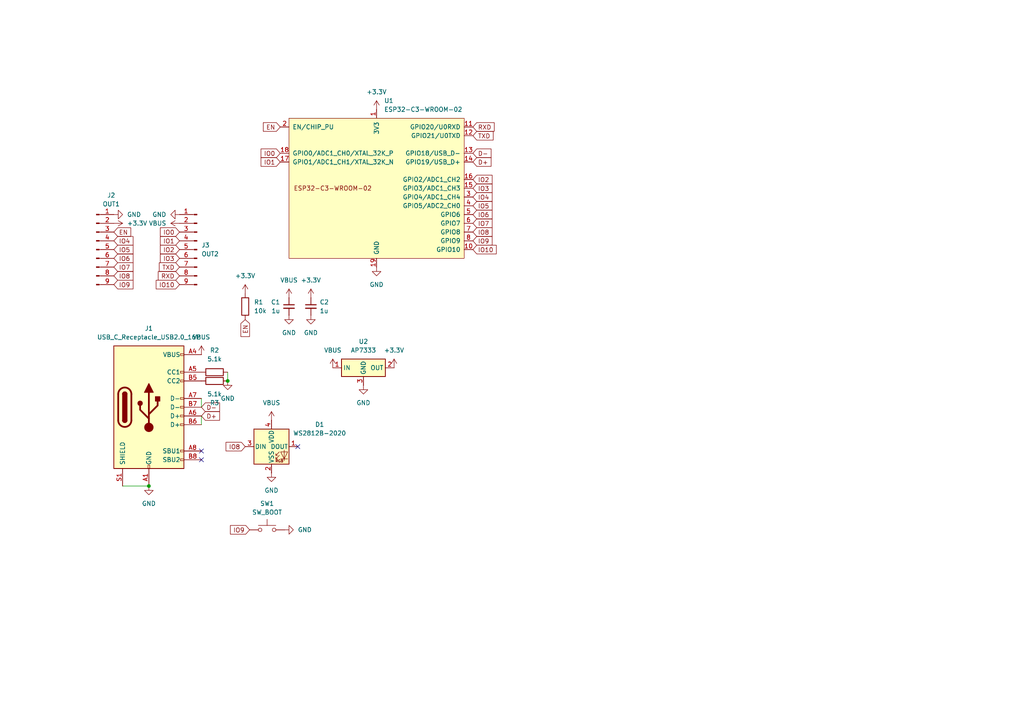
<source format=kicad_sch>
(kicad_sch (version 20250114) (generator "eeschema") (generator_version "9.0")
  (paper "A4")
  (lib_symbols
    (symbol "+3.3V_1" (power) (pin_numbers (hide yes)) (pin_names (offset 0) (hide yes))
      (property "Value" "+3.3V" (at 0 3.556 0))
      (symbol "+3.3V_1_0_1"
        (polyline (pts (xy -0.762 1.27) (xy 0 2.54)))
        (polyline (pts (xy 0 2.54) (xy 0.762 1.27)))
        (polyline (pts (xy 0 0) (xy 0 2.54)))
      )
      (symbol "+3.3V_1_1_1"
        (pin power_in line (at 0 0 90) (length 0) (name "~") (number "1"))
      )
    )
    (symbol "+3.3V_2" (power) (pin_numbers (hide yes)) (pin_names (offset 0) (hide yes))
      (property "Value" "+3.3V" (at 0 3.556 0))
      (symbol "+3.3V_2_0_1"
        (polyline (pts (xy -0.762 1.27) (xy 0 2.54)))
        (polyline (pts (xy 0 2.54) (xy 0.762 1.27)))
        (polyline (pts (xy 0 0) (xy 0 2.54)))
      )
      (symbol "+3.3V_2_1_1"
        (pin power_in line (at 0 0 90) (length 0) (name "~") (number "1"))
      )
    )
    (symbol "Connector:Conn_01x09_Pin" (pin_names (offset 1.016) (hide yes))
      (property "Reference" "J" (at 0 12.7 0))
      (property "Value" "Conn_01x09_Pin" (at 0 -12.7 0))
      (symbol "Conn_01x09_Pin_1_1"
        (rectangle (start 0.8636 10.287) (end 0 10.033) (stroke (width 0.1524)) (fill (type outline)))
        (rectangle (start 0.8636 7.747) (end 0 7.493) (stroke (width 0.1524)) (fill (type outline)))
        (rectangle (start 0.8636 5.207) (end 0 4.953) (stroke (width 0.1524)) (fill (type outline)))
        (rectangle (start 0.8636 2.667) (end 0 2.413) (stroke (width 0.1524)) (fill (type outline)))
        (rectangle (start 0.8636 0.127) (end 0 -0.127) (stroke (width 0.1524)) (fill (type outline)))
        (rectangle (start 0.8636 -2.413) (end 0 -2.667) (stroke (width 0.1524)) (fill (type outline)))
        (rectangle (start 0.8636 -4.953) (end 0 -5.207) (stroke (width 0.1524)) (fill (type outline)))
        (rectangle (start 0.8636 -7.493) (end 0 -7.747) (stroke (width 0.1524)) (fill (type outline)))
        (rectangle (start 0.8636 -10.033) (end 0 -10.287) (stroke (width 0.1524)) (fill (type outline)))
        (polyline (pts (xy 1.27 10.16) (xy 0.8636 10.16)) (stroke (width 0.1524)))
        (polyline (pts (xy 1.27 7.62) (xy 0.8636 7.62)) (stroke (width 0.1524)))
        (polyline (pts (xy 1.27 5.08) (xy 0.8636 5.08)) (stroke (width 0.1524)))
        (polyline (pts (xy 1.27 2.54) (xy 0.8636 2.54)) (stroke (width 0.1524)))
        (polyline (pts (xy 1.27 0) (xy 0.8636 0)) (stroke (width 0.1524)))
        (polyline (pts (xy 1.27 -2.54) (xy 0.8636 -2.54)) (stroke (width 0.1524)))
        (polyline (pts (xy 1.27 -5.08) (xy 0.8636 -5.08)) (stroke (width 0.1524)))
        (polyline (pts (xy 1.27 -7.62) (xy 0.8636 -7.62)) (stroke (width 0.1524)))
        (polyline (pts (xy 1.27 -10.16) (xy 0.8636 -10.16)) (stroke (width 0.1524)))
        (pin passive line (at 5.08 10.16 180) (length 3.81) (name "Pin_1") (number "1"))
        (pin passive line (at 5.08 7.62 180) (length 3.81) (name "Pin_2") (number "2"))
        (pin passive line (at 5.08 5.08 180) (length 3.81) (name "Pin_3") (number "3"))
        (pin passive line (at 5.08 2.54 180) (length 3.81) (name "Pin_4") (number "4"))
        (pin passive line (at 5.08 0 180) (length 3.81) (name "Pin_5") (number "5"))
        (pin passive line (at 5.08 -2.54 180) (length 3.81) (name "Pin_6") (number "6"))
        (pin passive line (at 5.08 -5.08 180) (length 3.81) (name "Pin_7") (number "7"))
        (pin passive line (at 5.08 -7.62 180) (length 3.81) (name "Pin_8") (number "8"))
        (pin passive line (at 5.08 -10.16 180) (length 3.81) (name "Pin_9") (number "9"))
      )
    )
    (symbol "Connector:USB_C_Receptacle_USB2.0_16P" (pin_names (offset 1.016))
      (property "Reference" "J" (at 0 22.225 0))
      (property "Value" "USB_C_Receptacle_USB2.0_16P" (at 0 19.685 0))
      (symbol "USB_C_Receptacle_USB2.0_16P_0_0"
        (rectangle (start -0.254 -17.78) (end 0.254 -16.764))
        (rectangle (start 10.16 15.494) (end 9.144 14.986))
        (rectangle (start 10.16 10.414) (end 9.144 9.906))
        (rectangle (start 10.16 7.874) (end 9.144 7.366))
        (rectangle (start 10.16 2.794) (end 9.144 2.286))
        (rectangle (start 10.16 0.254) (end 9.144 -0.254))
        (rectangle (start 10.16 -2.286) (end 9.144 -2.794))
        (rectangle (start 10.16 -4.826) (end 9.144 -5.334))
        (rectangle (start 10.16 -12.446) (end 9.144 -12.954))
        (rectangle (start 10.16 -14.986) (end 9.144 -15.494))
      )
      (symbol "USB_C_Receptacle_USB2.0_16P_0_1"
        (rectangle (start -10.16 17.78) (end 10.16 -17.78) (stroke (width 0.254)) (fill (type background)))
        (polyline (pts (xy -8.89 -3.81) (xy -8.89 3.81)) (stroke (width 0.508)))
        (rectangle (start -7.62 -3.81) (end -6.35 3.81) (stroke (width 0.254)) (fill (type outline)))
        (arc (start -7.62 3.81) (mid -6.985 4.4423) (end -6.35 3.81) (stroke (width 0.254)))
        (arc (start -7.62 3.81) (mid -6.985 4.4423) (end -6.35 3.81) (stroke (width 0.254)) (fill (type outline)))
        (arc (start -8.89 3.81) (mid -6.985 5.7067) (end -5.08 3.81) (stroke (width 0.508)))
        (arc (start -5.08 -3.81) (mid -6.985 -5.7067) (end -8.89 -3.81) (stroke (width 0.508)))
        (arc (start -6.35 -3.81) (mid -6.985 -4.4423) (end -7.62 -3.81) (stroke (width 0.254)))
        (arc (start -6.35 -3.81) (mid -6.985 -4.4423) (end -7.62 -3.81) (stroke (width 0.254)) (fill (type outline)))
        (polyline (pts (xy -5.08 3.81) (xy -5.08 -3.81)) (stroke (width 0.508)))
        (circle (center -2.54 1.143) (radius 0.635) (stroke (width 0.254)) (fill (type outline)))
        (polyline (pts (xy -1.27 4.318) (xy 0 6.858) (xy 1.27 4.318) (xy -1.27 4.318)) (stroke (width 0.254)) (fill (type outline)))
        (polyline (pts (xy 0 -2.032) (xy 2.54 0.508) (xy 2.54 1.778)) (stroke (width 0.508)))
        (polyline (pts (xy 0 -3.302) (xy -2.54 -0.762) (xy -2.54 0.508)) (stroke (width 0.508)))
        (polyline (pts (xy 0 -5.842) (xy 0 4.318)) (stroke (width 0.508)))
        (circle (center 0 -5.842) (radius 1.27) (fill (type outline)))
        (rectangle (start 1.905 1.778) (end 3.175 3.048) (stroke (width 0.254)) (fill (type outline)))
      )
      (symbol "USB_C_Receptacle_USB2.0_16P_1_1"
        (pin passive line (at -7.62 -22.86 90) (length 5.08) (name "SHIELD") (number "S1"))
        (pin passive line (at 0 -22.86 90) (length 5.08) (name "GND") (number "A1"))
        (pin passive line (at 0 -22.86 90) (length 5.08) (hide yes) (name "GND") (number "A12"))
        (pin passive line (at 0 -22.86 90) (length 5.08) (hide yes) (name "GND") (number "B1"))
        (pin passive line (at 0 -22.86 90) (length 5.08) (hide yes) (name "GND") (number "B12"))
        (pin passive line (at 15.24 15.24 180) (length 5.08) (name "VBUS") (number "A4"))
        (pin passive line (at 15.24 15.24 180) (length 5.08) (hide yes) (name "VBUS") (number "A9"))
        (pin passive line (at 15.24 15.24 180) (length 5.08) (hide yes) (name "VBUS") (number "B4"))
        (pin passive line (at 15.24 15.24 180) (length 5.08) (hide yes) (name "VBUS") (number "B9"))
        (pin bidirectional line (at 15.24 10.16 180) (length 5.08) (name "CC1") (number "A5"))
        (pin bidirectional line (at 15.24 7.62 180) (length 5.08) (name "CC2") (number "B5"))
        (pin bidirectional line (at 15.24 2.54 180) (length 5.08) (name "D-") (number "A7"))
        (pin bidirectional line (at 15.24 0 180) (length 5.08) (name "D-") (number "B7"))
        (pin bidirectional line (at 15.24 -2.54 180) (length 5.08) (name "D+") (number "A6"))
        (pin bidirectional line (at 15.24 -5.08 180) (length 5.08) (name "D+") (number "B6"))
        (pin bidirectional line (at 15.24 -12.7 180) (length 5.08) (name "SBU1") (number "A8"))
        (pin bidirectional line (at 15.24 -15.24 180) (length 5.08) (name "SBU2") (number "B8"))
      )
    )
    (symbol "Device:C_Small" (pin_numbers (hide yes)) (pin_names (offset 0.254) (hide yes))
      (property "Reference" "C" (at 0.254 1.778 0))
      (property "Value" "C_Small" (at 0.254 -2.032 0))
      (symbol "C_Small_0_1"
        (polyline (pts (xy -1.524 0.508) (xy 1.524 0.508)) (stroke (width 0.3048)))
        (polyline (pts (xy -1.524 -0.508) (xy 1.524 -0.508)) (stroke (width 0.3302)))
      )
      (symbol "C_Small_1_1"
        (pin passive line (at 0 2.54 270) (length 2.032) (name "~") (number "1"))
        (pin passive line (at 0 -2.54 90) (length 2.032) (name "~") (number "2"))
      )
    )
    (symbol "Device:R" (pin_numbers (hide yes)) (pin_names (offset 0))
      (property "Reference" "R" (at 2.032 0 90))
      (property "Value" "R" (at 0 0 90))
      (symbol "R_0_1"
        (rectangle (start -1.016 -2.54) (end 1.016 2.54) (stroke (width 0.254)))
      )
      (symbol "R_1_1"
        (pin passive line (at 0 3.81 270) (length 1.27) (name "~") (number "1"))
        (pin passive line (at 0 -3.81 90) (length 1.27) (name "~") (number "2"))
      )
    )
    (symbol "GND_1" (power) (pin_numbers (hide yes)) (pin_names (offset 0) (hide yes))
      (property "Value" "GND" (at 0 -3.81 0))
      (symbol "GND_1_0_1"
        (polyline (pts (xy 0 0) (xy 0 -1.27) (xy 1.27 -1.27) (xy 0 -2.54) (xy -1.27 -1.27) (xy 0 -1.27)))
      )
      (symbol "GND_1_1_1"
        (pin power_in line (at 0 0 270) (length 0) (name "~") (number "1"))
      )
    )
    (symbol "GND_2" (power) (pin_numbers (hide yes)) (pin_names (offset 0) (hide yes))
      (property "Value" "GND" (at 0 -3.81 0))
      (symbol "GND_2_0_1"
        (polyline (pts (xy 0 0) (xy 0 -1.27) (xy 1.27 -1.27) (xy 0 -2.54) (xy -1.27 -1.27) (xy 0 -1.27)))
      )
      (symbol "GND_2_1_1"
        (pin power_in line (at 0 0 270) (length 0) (name "~") (number "1"))
      )
    )
    (symbol "LED:WS2812B-2020" (pin_names (offset 0.254))
      (property "Reference" "D" (at 5.08 5.715 0))
      (property "Value" "WS2812B-2020" (at 1.27 -5.715 0))
      (symbol "WS2812B-2020_0_0"
        (text "RGB" (at 2.286 -4.191 0) (effects (font (size 0.762 0.762))))
      )
      (symbol "WS2812B-2020_0_1"
        (polyline (pts (xy 1.27 -2.54) (xy 1.778 -2.54)))
        (polyline (pts (xy 1.27 -3.556) (xy 1.778 -3.556)))
        (polyline (pts (xy 2.286 -1.524) (xy 1.27 -2.54) (xy 1.27 -2.032)))
        (polyline (pts (xy 2.286 -2.54) (xy 1.27 -3.556) (xy 1.27 -3.048)))
        (polyline (pts (xy 3.683 -1.016) (xy 3.683 -3.556) (xy 3.683 -4.064)))
        (polyline (pts (xy 4.699 -1.524) (xy 2.667 -1.524) (xy 3.683 -3.556) (xy 4.699 -1.524)))
        (polyline (pts (xy 4.699 -3.556) (xy 2.667 -3.556)))
        (rectangle (start 5.08 5.08) (end -5.08 -5.08) (stroke (width 0.254)) (fill (type background)))
      )
      (symbol "WS2812B-2020_1_1"
        (pin input line (at -7.62 0 0) (length 2.54) (name "DIN") (number "3"))
        (pin power_in line (at 0 7.62 270) (length 2.54) (name "VDD") (number "4"))
        (pin power_in line (at 0 -7.62 90) (length 2.54) (name "VSS") (number "2"))
        (pin output line (at 7.62 0 180) (length 2.54) (name "DOUT") (number "1"))
      )
    )
    (symbol "Library:AP7333"
      (property "Reference" "U" (at 0 6.35 0))
      (property "Value" "AP7333" (at 0 3.81 0))
      (symbol "AP7333_1_1"
        (rectangle (start -6.35 2.54) (end 6.35 -2.54) (stroke (width 0.254)) (fill (type background)))
        (pin power_in line (at -8.89 0 0) (length 2.54) (name "IN") (number "1"))
        (pin power_in line (at 0 -5.08 90) (length 2.54) (name "GND") (number "3"))
        (pin power_out line (at 8.89 0 180) (length 2.54) (name "OUT") (number "2"))
      )
    )
    (symbol "PCM_Espressif:ESP32-C3-WROOM-02" (pin_names (offset 1.016))
      (property "Reference" "U" (at -25.4 25.4 0))
      (property "Value" "ESP32-C3-WROOM-02" (at -25.4 22.86 0))
      (symbol "ESP32-C3-WROOM-02_0_0"
        (text "ESP32-C3-WROOM-02" (at -12.7 0 0) (effects (font (size 1.27 1.27))))
      )
      (symbol "ESP32-C3-WROOM-02_0_1"
        (rectangle (start 25.4 20.32) (end -25.4 -20.32) (fill (type background)))
      )
      (symbol "ESP32-C3-WROOM-02_1_1"
        (pin input line (at -27.94 17.78 0) (length 2.54) (name "EN/CHIP_PU") (number "2"))
        (pin bidirectional line (at -27.94 10.16 0) (length 2.54) (name "GPIO0/ADC1_CH0/XTAL_32K_P") (number "18"))
        (pin bidirectional line (at -27.94 7.62 0) (length 2.54) (name "GPIO1/ADC1_CH1/XTAL_32K_N") (number "17"))
        (pin power_in line (at 0 22.86 270) (length 2.54) (name "3V3") (number "1"))
        (pin power_in line (at 0 -22.86 90) (length 2.54) (name "GND") (number "19"))
        (pin passive line (at 0 -22.86 90) (length 2.54) (hide yes) (name "GND") (number "9"))
        (pin bidirectional line (at 27.94 17.78 180) (length 2.54) (name "GPIO20/U0RXD") (number "11"))
        (pin bidirectional line (at 27.94 15.24 180) (length 2.54) (name "GPIO21/U0TXD") (number "12"))
        (pin bidirectional line (at 27.94 10.16 180) (length 2.54) (name "GPIO18/USB_D-") (number "13"))
        (pin bidirectional line (at 27.94 7.62 180) (length 2.54) (name "GPIO19/USB_D+") (number "14"))
        (pin bidirectional line (at 27.94 2.54 180) (length 2.54) (name "GPIO2/ADC1_CH2") (number "16"))
        (pin bidirectional line (at 27.94 0 180) (length 2.54) (name "GPIO3/ADC1_CH3") (number "15"))
        (pin bidirectional line (at 27.94 -2.54 180) (length 2.54) (name "GPIO4/ADC1_CH4") (number "3"))
        (pin bidirectional line (at 27.94 -5.08 180) (length 2.54) (name "GPIO5/ADC2_CH0") (number "4"))
        (pin bidirectional line (at 27.94 -7.62 180) (length 2.54) (name "GPIO6") (number "5"))
        (pin bidirectional line (at 27.94 -10.16 180) (length 2.54) (name "GPIO7") (number "6"))
        (pin bidirectional line (at 27.94 -12.7 180) (length 2.54) (name "GPIO8") (number "7"))
        (pin bidirectional line (at 27.94 -15.24 180) (length 2.54) (name "GPIO9") (number "8"))
        (pin bidirectional line (at 27.94 -17.78 180) (length 2.54) (name "GPIO10") (number "10"))
      )
    )
    (symbol "Switch:SW_Push" (pin_numbers (hide yes)) (pin_names (offset 1.016) (hide yes))
      (property "Reference" "SW" (at 1.27 2.54 0))
      (property "Value" "SW_Push" (at 0 -1.524 0))
      (symbol "SW_Push_0_1"
        (circle (center -2.032 0) (radius 0.508))
        (polyline (pts (xy 0 1.27) (xy 0 3.048)))
        (circle (center 2.032 0) (radius 0.508))
        (polyline (pts (xy 2.54 1.27) (xy -2.54 1.27)))
        (pin passive line (at -5.08 0 0) (length 2.54) (name "1") (number "1"))
        (pin passive line (at 5.08 0 180) (length 2.54) (name "2") (number "2"))
      )
    )
    (symbol "power:+3.3V" (power) (pin_names (offset 0))
      (property "Value" "+3.3V" (at 0 3.556 0))
      (symbol "+3.3V_0_1"
        (polyline (pts (xy -0.762 1.27) (xy 0 2.54)))
        (polyline (pts (xy 0 2.54) (xy 0.762 1.27)))
        (polyline (pts (xy 0 0) (xy 0 2.54)))
      )
      (symbol "+3.3V_1_1"
        (pin power_in line (at 0 0 90) (length 0) (hide yes) (name "+3.3V") (number "1"))
      )
    )
    (symbol "power:GND" (power) (pin_names (offset 0))
      (property "Value" "GND" (at 0 -3.81 0))
      (symbol "GND_0_1"
        (polyline (pts (xy 0 0) (xy 0 -1.27) (xy 1.27 -1.27) (xy 0 -2.54) (xy -1.27 -1.27) (xy 0 -1.27)))
      )
      (symbol "GND_1_1"
        (pin power_in line (at 0 0 270) (length 0) (hide yes) (name "GND") (number "1"))
      )
    )
    (symbol "power:VBUS" (power) (pin_numbers (hide yes)) (pin_names (offset 0) (hide yes))
      (property "Value" "VBUS" (at 0 3.556 0))
      (symbol "VBUS_0_1"
        (polyline (pts (xy -0.762 1.27) (xy 0 2.54)))
        (polyline (pts (xy 0 2.54) (xy 0.762 1.27)))
        (polyline (pts (xy 0 0) (xy 0 2.54)))
      )
      (symbol "VBUS_1_1"
        (pin power_in line (at 0 0 90) (length 0) (name "~") (number "1"))
      )
    )
  )
  (junction (at 43.18 140.97))
  (junction (at 66.04 110.49))
  (no_connect (at 86.36 129.54))
  (no_connect (at 58.42 133.35))
  (no_connect (at 58.42 130.81))
  (wire (pts (xy 66.04 107.95) (xy 66.04 110.49)))
  (wire (pts (xy 35.56 140.97) (xy 43.18 140.97)))
  (wire (pts (xy 58.42 115.57) (xy 58.42 118.11)))
  (wire (pts (xy 58.42 120.65) (xy 58.42 123.19)))
  (global_label "TXD" (shape input) (at 137.16 39.37 0) (property "Intersheetrefs" "${INTERSHEET_REFS}" (effects (hide yes))))
  (global_label "IO10" (shape input) (at 137.16 72.39 0) (property "Intersheetrefs" "${INTERSHEET_REFS}" (effects (hide yes))))
  (global_label "EN" (shape input) (at 71.12 92.71 270) (property "Intersheetrefs" "${INTERSHEET_REFS}" (effects (hide yes))))
  (global_label "IO3" (shape input) (at 52.07 74.93 180) (property "Intersheetrefs" "${INTERSHEET_REFS}" (effects (hide yes))))
  (global_label "D-" (shape input) (at 137.16 44.45 0) (property "Intersheetrefs" "${INTERSHEET_REFS}" (effects (hide yes))))
  (global_label "IO4" (shape input) (at 137.16 57.15 0) (property "Intersheetrefs" "${INTERSHEET_REFS}" (effects (hide yes))))
  (global_label "D+" (shape input) (at 58.42 120.65 0) (property "Intersheetrefs" "${INTERSHEET_REFS}" (effects (hide yes))))
  (global_label "TXD" (shape input) (at 52.07 77.47 180) (property "Intersheetrefs" "${INTERSHEET_REFS}" (effects (hide yes))))
  (global_label "D-" (shape input) (at 58.42 118.11 0) (property "Intersheetrefs" "${INTERSHEET_REFS}" (effects (hide yes))))
  (global_label "IO0" (shape input) (at 52.07 67.31 180) (property "Intersheetrefs" "${INTERSHEET_REFS}" (effects (hide yes))))
  (global_label "IO2" (shape input) (at 137.16 52.07 0) (property "Intersheetrefs" "${INTERSHEET_REFS}" (effects (hide yes))))
  (global_label "EN" (shape input) (at 33.02 67.31 0) (property "Intersheetrefs" "${INTERSHEET_REFS}" (effects (hide yes))))
  (global_label "IO8" (shape input) (at 33.02 80.01 0) (property "Intersheetrefs" "${INTERSHEET_REFS}" (effects (hide yes))))
  (global_label "EN" (shape input) (at 81.28 36.83 180) (property "Intersheetrefs" "${INTERSHEET_REFS}" (effects (hide yes))))
  (global_label "IO7" (shape input) (at 33.02 77.47 0) (property "Intersheetrefs" "${INTERSHEET_REFS}" (effects (hide yes))))
  (global_label "IO6" (shape input) (at 33.02 74.93 0) (property "Intersheetrefs" "${INTERSHEET_REFS}" (effects (hide yes))))
  (global_label "IO0" (shape input) (at 81.28 44.45 180) (property "Intersheetrefs" "${INTERSHEET_REFS}" (effects (hide yes))))
  (global_label "IO9" (shape input) (at 33.02 82.55 0) (property "Intersheetrefs" "${INTERSHEET_REFS}" (effects (hide yes))))
  (global_label "IO5" (shape input) (at 33.02 72.39 0) (property "Intersheetrefs" "${INTERSHEET_REFS}" (effects (hide yes))))
  (global_label "D+" (shape input) (at 137.16 46.99 0) (property "Intersheetrefs" "${INTERSHEET_REFS}" (effects (hide yes))))
  (global_label "RXD" (shape input) (at 52.07 80.01 180) (property "Intersheetrefs" "${INTERSHEET_REFS}" (effects (hide yes))))
  (global_label "IO2" (shape input) (at 52.07 72.39 180) (property "Intersheetrefs" "${INTERSHEET_REFS}" (effects (hide yes))))
  (global_label "IO9" (shape input) (at 137.16 69.85 0) (property "Intersheetrefs" "${INTERSHEET_REFS}" (effects (hide yes))))
  (global_label "RXD" (shape input) (at 137.16 36.83 0) (property "Intersheetrefs" "${INTERSHEET_REFS}" (effects (hide yes))))
  (global_label "IO5" (shape input) (at 137.16 59.69 0) (property "Intersheetrefs" "${INTERSHEET_REFS}" (effects (hide yes))))
  (global_label "IO6" (shape input) (at 137.16 62.23 0) (property "Intersheetrefs" "${INTERSHEET_REFS}" (effects (hide yes))))
  (global_label "IO8" (shape input) (at 71.12 129.54 180) (property "Intersheetrefs" "${INTERSHEET_REFS}" (effects (hide yes))))
  (global_label "IO3" (shape input) (at 137.16 54.61 0) (property "Intersheetrefs" "${INTERSHEET_REFS}" (effects (hide yes))))
  (global_label "IO9" (shape input) (at 72.39 153.67 180) (property "Intersheetrefs" "${INTERSHEET_REFS}" (effects (hide yes))))
  (global_label "IO1" (shape input) (at 81.28 46.99 180) (property "Intersheetrefs" "${INTERSHEET_REFS}" (effects (hide yes))))
  (global_label "IO8" (shape input) (at 137.16 67.31 0) (property "Intersheetrefs" "${INTERSHEET_REFS}" (effects (hide yes))))
  (global_label "IO7" (shape input) (at 137.16 64.77 0) (property "Intersheetrefs" "${INTERSHEET_REFS}" (effects (hide yes))))
  (global_label "IO10" (shape input) (at 52.07 82.55 180) (property "Intersheetrefs" "${INTERSHEET_REFS}" (effects (hide yes))))
  (global_label "IO1" (shape input) (at 52.07 69.85 180) (property "Intersheetrefs" "${INTERSHEET_REFS}" (effects (hide yes))))
  (global_label "IO4" (shape input) (at 33.02 69.85 0) (property "Intersheetrefs" "${INTERSHEET_REFS}" (effects (hide yes))))
  (symbol (lib_id "Device:R") (at 71.12 88.9 0) (unit 1)
    (property "Reference" "R1" (at 73.66 87.63 0) (effects (justify left)))
    (property "Value" "10k" (at 73.66 90.17 0) (effects (justify left)))
    (property "Footprint" "Resistor_SMD:R_0603_1608Metric" (effects (hide yes)))
  )
  (symbol (lib_id "power:GND") (at 66.04 110.49 0) (unit 1)
    (property "Reference" "#PWR08" (effects (hide yes)))
    (property "Value" "GND" (at 66.04 115.57 0))
  )
  (symbol (lib_name "GND_2") (lib_id "power:GND") (at 78.74 137.16 0) (unit 1)
    (property "Reference" "#PWR03" (effects (hide yes)))
    (property "Value" "GND" (at 78.74 142.24 0))
    (property "Description" "Power symbol creates a global label with name \"GND\" , ground" (effects (hide yes)))
  )
  (symbol (lib_id "power:GND") (at 109.22 77.47 0) (unit 1)
    (property "Reference" "#PWR06" (effects (hide yes)))
    (property "Value" "GND" (at 109.22 82.55 0))
  )
  (symbol (lib_id "power:GND") (at 33.02 62.23 90) (mirror x) (unit 1)
    (property "Reference" "#PWR015" (effects (hide yes)))
    (property "Value" "GND" (at 36.83 62.2299 90) (effects (justify right)))
  )
  (symbol (lib_id "Device:C_Small") (at 83.82 88.9 0) (unit 1)
    (property "Reference" "C1" (at 81.28 87.6362 0) (effects (justify right)))
    (property "Value" "1u" (at 81.28 90.1762 0) (effects (justify right)))
    (property "Footprint" "Capacitor_SMD:C_0603_1608Metric" (effects (hide yes)))
    (property "Description" "Unpolarized capacitor, small symbol" (effects (hide yes)))
  )
  (symbol (lib_name "GND_2") (lib_id "power:GND") (at 82.55 153.67 90) (unit 1)
    (property "Reference" "#PWR019" (effects (hide yes)))
    (property "Value" "GND" (at 86.36 153.6699 90) (effects (justify right)))
    (property "Description" "Power symbol creates a global label with name \"GND\" , ground" (effects (hide yes)))
  )
  (symbol (lib_id "Switch:SW_Push") (at 77.47 153.67 0) (unit 1)
    (property "Reference" "SW1" (at 77.47 146.05 0))
    (property "Value" "SW_BOOT" (at 77.47 148.59 0))
    (property "Footprint" "Library:alps-skrg" (effects (hide yes)))
    (property "Description" "Push button switch, generic, two pins" (effects (hide yes)))
  )
  (symbol (lib_id "Connector:Conn_01x09_Pin") (at 57.15 72.39 0) (mirror y) (unit 1)
    (property "Reference" "J3" (at 58.42 71.1199 0) (effects (justify right)))
    (property "Value" "OUT2" (at 58.42 73.6599 0) (effects (justify right)))
    (property "Footprint" "Connector_PinHeader_2.54mm:PinHeader_1x09_P2.54mm_Vertical" (effects (hide yes)))
    (property "Description" "Generic connector, single row, 01x09, script generated" (effects (hide yes)))
  )
  (symbol (lib_id "LED:WS2812B-2020") (at 78.74 129.54 0) (unit 1)
    (property "Reference" "D1" (at 92.71 123.1198 0))
    (property "Value" "WS2812B-2020" (at 92.71 125.6598 0))
    (property "Footprint" "LED_SMD:LED_WS2812B-2020_PLCC4_2.0x2.0mm" (effects (hide yes)))
    (property "Datasheet" "https://cdn-shop.adafruit.com/product-files/4684/4684_WS2812B-2020_V1.3_EN.pdf" (effects (hide yes)))
    (property "Description" "RGB LED with integrated controller, 2.0 x 2.0 mm, 12 mA" (effects (hide yes)))
  )
  (symbol (lib_name "+3.3V_2") (lib_id "power:+3.3V") (at 33.02 64.77 270) (mirror x) (unit 1)
    (property "Reference" "#PWR04" (effects (hide yes)))
    (property "Value" "+3.3V" (at 36.83 64.7699 90) (effects (justify left)))
    (property "Description" "Power symbol creates a global label with name \"+3.3V\"" (effects (hide yes)))
  )
  (symbol (lib_id "power:VBUS") (at 58.42 102.87 0) (unit 1)
    (property "Reference" "#PWR09" (effects (hide yes)))
    (property "Value" "VBUS" (at 58.42 97.79 0))
    (property "Description" "Power symbol creates a global label with name \"VBUS\"" (effects (hide yes)))
  )
  (symbol (lib_id "power:+3.3V") (at 71.12 85.09 0) (unit 1)
    (property "Reference" "#PWR02" (effects (hide yes)))
    (property "Value" "+3.3V" (at 71.12 80.01 0))
  )
  (symbol (lib_name "GND_1") (lib_id "power:GND") (at 105.41 111.76 0) (unit 1)
    (property "Reference" "#PWR014" (effects (hide yes)))
    (property "Value" "GND" (at 105.41 116.84 0))
    (property "Description" "Power symbol creates a global label with name \"GND\" , ground" (effects (hide yes)))
  )
  (symbol (lib_id "power:VBUS") (at 96.52 106.68 0) (unit 1)
    (property "Reference" "#PWR012" (effects (hide yes)))
    (property "Value" "VBUS" (at 96.52 101.6 0))
    (property "Description" "Power symbol creates a global label with name \"VBUS\"" (effects (hide yes)))
  )
  (symbol (lib_id "power:VBUS") (at 78.74 121.92 0) (unit 1)
    (property "Reference" "#PWR01" (effects (hide yes)))
    (property "Value" "VBUS" (at 78.74 116.84 0))
    (property "Description" "Power symbol creates a global label with name \"VBUS\"" (effects (hide yes)))
  )
  (symbol (lib_name "GND_1") (lib_id "power:GND") (at 83.82 91.44 0) (unit 1)
    (property "Reference" "#PWR022" (effects (hide yes)))
    (property "Value" "GND" (at 83.82 96.52 0))
    (property "Description" "Power symbol creates a global label with name \"GND\" , ground" (effects (hide yes)))
  )
  (symbol (lib_id "power:VBUS") (at 52.07 64.77 90) (mirror x) (unit 1)
    (property "Reference" "#PWR011" (effects (hide yes)))
    (property "Value" "VBUS" (at 48.26 64.7699 90) (effects (justify left)))
    (property "Description" "Power symbol creates a global label with name \"VBUS\"" (effects (hide yes)))
  )
  (symbol (lib_id "Device:C_Small") (at 90.17 88.9 0) (mirror y) (unit 1)
    (property "Reference" "C2" (at 92.71 87.6362 0) (effects (justify right)))
    (property "Value" "1u" (at 92.71 90.1762 0) (effects (justify right)))
    (property "Footprint" "Capacitor_SMD:C_0603_1608Metric" (effects (hide yes)))
    (property "Description" "Unpolarized capacitor, small symbol" (effects (hide yes)))
  )
  (symbol (lib_id "power:GND") (at 43.18 140.97 0) (unit 1)
    (property "Reference" "#PWR010" (effects (hide yes)))
    (property "Value" "GND" (at 43.18 146.05 0))
  )
  (symbol (lib_id "Device:R") (at 62.23 110.49 90) (mirror x) (unit 1)
    (property "Reference" "R3" (at 62.23 116.84 90))
    (property "Value" "5.1k" (at 62.23 114.3 90))
    (property "Footprint" "Resistor_SMD:R_0603_1608Metric" (effects (hide yes)))
  )
  (symbol (lib_id "Device:R") (at 62.23 107.95 90) (unit 1)
    (property "Reference" "R2" (at 62.23 101.6 90))
    (property "Value" "5.1k" (at 62.23 104.14 90))
    (property "Footprint" "Resistor_SMD:R_0603_1608Metric" (effects (hide yes)))
  )
  (symbol (lib_id "power:+3.3V") (at 109.22 31.75 0) (unit 1)
    (property "Reference" "#PWR07" (effects (hide yes)))
    (property "Value" "+3.3V" (at 109.22 26.67 0))
  )
  (symbol (lib_id "power:VBUS") (at 83.82 86.36 0) (unit 1)
    (property "Reference" "#PWR020" (effects (hide yes)))
    (property "Value" "VBUS" (at 83.82 81.28 0))
    (property "Description" "Power symbol creates a global label with name \"VBUS\"" (effects (hide yes)))
  )
  (symbol (lib_id "PCM_Espressif:ESP32-C3-WROOM-02") (at 109.22 54.61 0) (unit 1)
    (property "Reference" "U1" (at 111.4141 29.21 0) (effects (justify left)))
    (property "Value" "ESP32-C3-WROOM-02" (at 111.4141 31.75 0) (effects (justify left)))
    (property "Footprint" "RF_Module:ESP32-C3-WROOM-02" (effects (hide yes)))
    (property "Datasheet" "https://www.espressif.com/sites/default/files/documentation/esp32-c3-wroom-02_datasheet_en.pdf" (effects (hide yes)))
  )
  (symbol (lib_id "Connector:USB_C_Receptacle_USB2.0_16P") (at 43.18 118.11 0) (unit 1)
    (property "Reference" "J1" (at 43.18 95.25 0))
    (property "Value" "USB_C_Receptacle_USB2.0_16P" (at 43.18 97.79 0))
    (property "Footprint" "Connector_USB:USB_C_Receptacle_GCT_USB4105-xx-A_16P_TopMnt_Horizontal" (effects (hide yes)))
    (property "Datasheet" "https://www.usb.org/sites/default/files/documents/usb_type-c.zip" (effects (hide yes)))
    (property "Description" "USB 2.0-only 16P Type-C Receptacle connector" (effects (hide yes)))
  )
  (symbol (lib_name "+3.3V_1") (lib_id "power:+3.3V") (at 90.17 86.36 0) (unit 1)
    (property "Reference" "#PWR021" (effects (hide yes)))
    (property "Value" "+3.3V" (at 90.17 81.28 0))
    (property "Description" "Power symbol creates a global label with name \"+3.3V\"" (effects (hide yes)))
  )
  (symbol (lib_name "GND_1") (lib_id "power:GND") (at 90.17 91.44 0) (unit 1)
    (property "Reference" "#PWR023" (effects (hide yes)))
    (property "Value" "GND" (at 90.17 96.52 0))
    (property "Description" "Power symbol creates a global label with name \"GND\" , ground" (effects (hide yes)))
  )
  (symbol (lib_id "Library:AP7333") (at 105.41 106.68 0) (unit 1)
    (property "Reference" "U2" (at 105.41 99.06 0))
    (property "Value" "AP7333" (at 105.41 101.6 0))
    (property "Footprint" "Package_TO_SOT_SMD:SOT-23-3" (effects (hide yes)))
    (property "Description" "https://akizukidenshi.com/catalog/g/g111360/" (effects (hide yes)))
  )
  (symbol (lib_id "power:GND") (at 52.07 62.23 270) (mirror x) (unit 1)
    (property "Reference" "#PWR05" (effects (hide yes)))
    (property "Value" "GND" (at 48.26 62.23 90) (effects (justify right)))
  )
  (symbol (lib_id "Connector:Conn_01x09_Pin") (at 27.94 72.39 0) (unit 1)
    (property "Reference" "J2" (at 32.258 56.642 0))
    (property "Value" "OUT1" (at 32.258 59.182 0))
    (property "Footprint" "Connector_PinHeader_2.54mm:PinHeader_1x09_P2.54mm_Vertical" (effects (hide yes)))
    (property "Description" "Generic connector, single row, 01x09, script generated" (effects (hide yes)))
  )
  (symbol (lib_name "+3.3V_1") (lib_id "power:+3.3V") (at 114.3 106.68 0) (unit 1)
    (property "Reference" "#PWR013" (effects (hide yes)))
    (property "Value" "+3.3V" (at 114.3 101.6 0))
    (property "Description" "Power symbol creates a global label with name \"+3.3V\"" (effects (hide yes)))
  )
)
</source>
